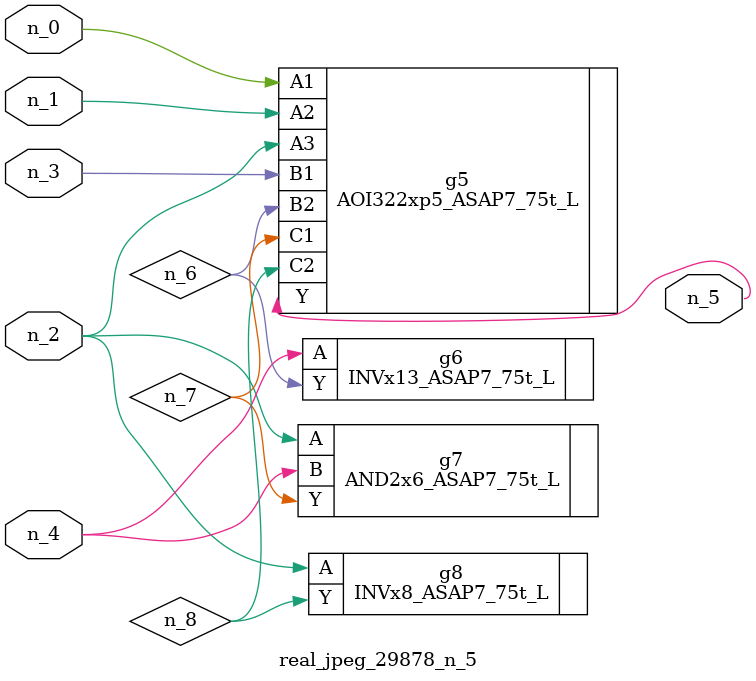
<source format=v>
module real_jpeg_29878_n_5 (n_4, n_0, n_1, n_2, n_3, n_5);

input n_4;
input n_0;
input n_1;
input n_2;
input n_3;

output n_5;

wire n_8;
wire n_6;
wire n_7;

AOI322xp5_ASAP7_75t_L g5 ( 
.A1(n_0),
.A2(n_1),
.A3(n_2),
.B1(n_3),
.B2(n_6),
.C1(n_7),
.C2(n_8),
.Y(n_5)
);

AND2x6_ASAP7_75t_L g7 ( 
.A(n_2),
.B(n_4),
.Y(n_7)
);

INVx8_ASAP7_75t_L g8 ( 
.A(n_2),
.Y(n_8)
);

INVx13_ASAP7_75t_L g6 ( 
.A(n_4),
.Y(n_6)
);


endmodule
</source>
